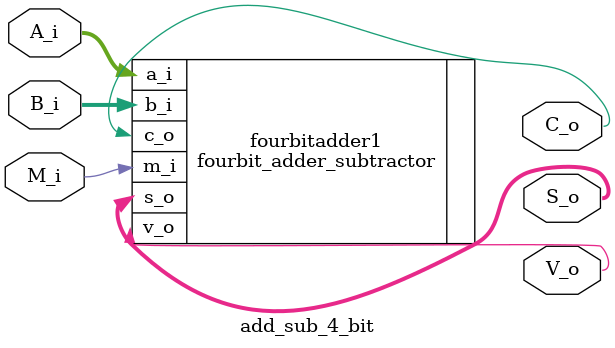
<source format=v>
`timescale 1ns / 1ps


module add_sub_4_bit #
(
  parameter WIDTH = 4
)
(
  // The inputs 
  input wire [WIDTH-1:0]        A_i,
  input wire [WIDTH-1:0]        B_i,
  input wire                    M_i,

  // The outputs
  output wire                   V_o,
  output wire                   C_o,
  output wire [WIDTH-1:0]       S_o

);

  fourbit_adder_subtractor fourbitadder1(.a_i(A_i),
                                         .b_i(B_i),
                                         .m_i(M_i),
                                         .s_o(S_o),
                                         .c_o(C_o),
                                         .v_o(V_o));

endmodule

</source>
